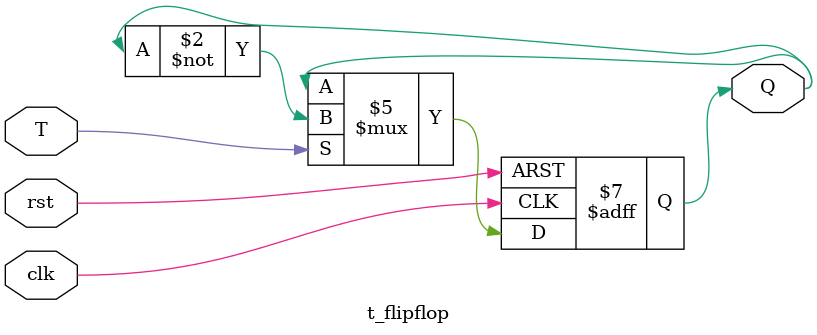
<source format=v>
module t_flipflop(
    input  wire clk, rst, T,
    output reg Q 	  
);

  initial begin
     Q<=1'b0;
	 end
  
  
	 always @(posedge clk or posedge rst) begin
	
        if (rst)
            Q <= 1'b0;
        else if (T)
            Q <= ~Q;
        else
            Q <= Q;
    end
endmodule

</source>
